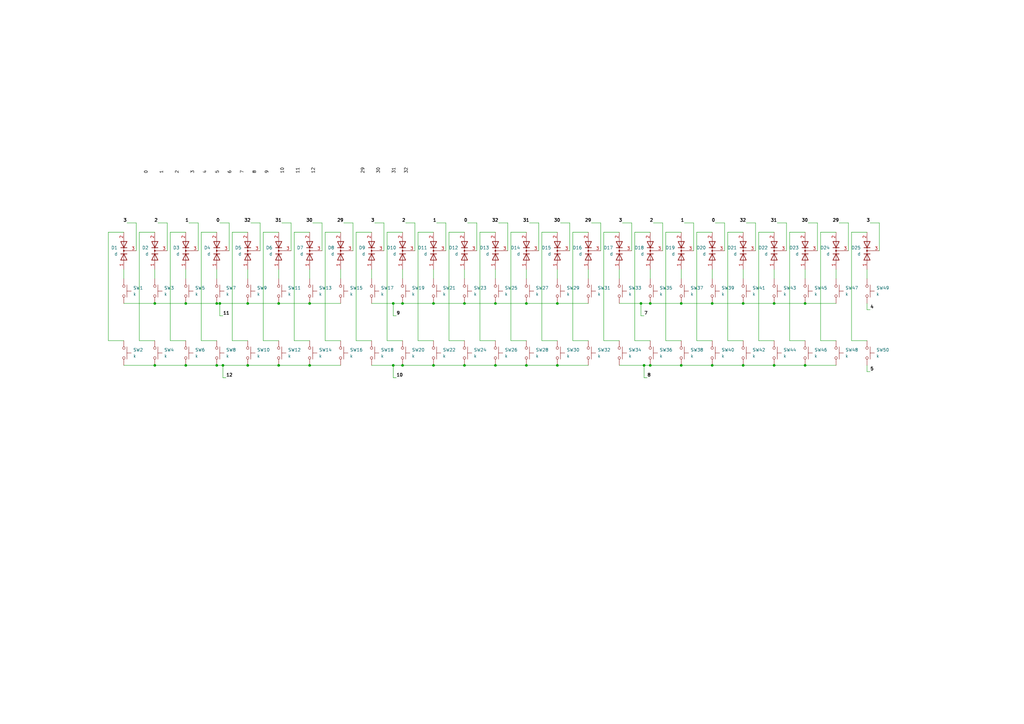
<source format=kicad_sch>
(kicad_sch (version 20250114) (generator "eeschema") (generator_version "9.0")
  (paper "A3")
  (lib_symbols
    (symbol "Device:D_Dual_CommonCathode_AAK" (pin_names (offset 0.762) (hide yes))
      (property "Reference" "D" (at 1.27 -2.54 0))
      (property "Value" "D_Dual_CommonCathode_AAK" (at 0 2.54 0))
      (symbol "D_Dual_CommonCathode_AAK_0_1"
        (polyline (pts (xy -3.81 1.27) (xy -1.27 0) (xy -3.81 -1.27) (xy -3.81 1.27) (xy -3.81 1.27) (xy -3.81 1.27)) (stroke (width 0.254)))
        (polyline (pts (xy -3.81 0) (xy 3.81 0)))
        (polyline (pts (xy -1.27 -1.27) (xy -1.27 1.27) (xy -1.27 1.27)) (stroke (width 0.254)))
        (polyline (pts (xy 0 0) (xy 0 -2.54)))
        (circle (center 0 0) (radius 0.254) (fill (type outline)))
        (polyline (pts (xy 1.27 -1.27) (xy 1.27 1.27) (xy 1.27 1.27)) (stroke (width 0.254)))
        (polyline (pts (xy 3.81 -1.27) (xy 1.27 0) (xy 3.81 1.27) (xy 3.81 -1.27) (xy 3.81 -1.27) (xy 3.81 -1.27)) (stroke (width 0.254)))
        (pin passive line (at -7.62 0 0) (length 3.81) (name "A") (number "1"))
        (pin passive line (at 0 -5.08 90) (length 2.54) (name "K") (number "3"))
        (pin passive line (at 7.62 0 180) (length 3.81) (name "A") (number "2"))
      )
    )
    (symbol "Switch:SW_Push" (pin_numbers (hide yes)) (pin_names (offset 1.016) (hide yes))
      (property "Reference" "SW" (at 1.27 2.54 0))
      (property "Value" "SW_Push" (at 0 -1.524 0))
      (symbol "SW_Push_0_1"
        (circle (center -2.032 0) (radius 0.508))
        (polyline (pts (xy 0 1.27) (xy 0 3.048)))
        (circle (center 2.032 0) (radius 0.508))
        (polyline (pts (xy 2.54 1.27) (xy -2.54 1.27)))
        (pin passive line (at -5.08 0 0) (length 2.54) (name "1") (number "1"))
        (pin passive line (at 5.08 0 180) (length 2.54) (name "2") (number "2"))
      )
    )
  )
  (junction (at 165.1 149.86))
  (junction (at 90.17 124.46))
  (junction (at 279.4 124.46))
  (junction (at 91.44 149.86))
  (junction (at 330.2 124.46))
  (junction (at 88.9 149.86))
  (junction (at 161.29 124.46))
  (junction (at 279.4 149.86))
  (junction (at 88.9 124.46))
  (junction (at 228.6 124.46))
  (junction (at 264.16 149.86))
  (junction (at 203.2 124.46))
  (junction (at 76.2 149.86))
  (junction (at 177.8 124.46))
  (junction (at 190.5 149.86))
  (junction (at 304.8 124.46))
  (junction (at 330.2 149.86))
  (junction (at 266.7 124.46))
  (junction (at 262.89 124.46))
  (junction (at 63.5 149.86))
  (junction (at 101.6 124.46))
  (junction (at 228.6 149.86))
  (junction (at 127 149.86))
  (junction (at 114.3 149.86))
  (junction (at 101.6 149.86))
  (junction (at 190.5 124.46))
  (junction (at 127 124.46))
  (junction (at 114.3 124.46))
  (junction (at 304.8 149.86))
  (junction (at 177.8 149.86))
  (junction (at 203.2 149.86))
  (junction (at 292.1 124.46))
  (junction (at 317.5 124.46))
  (junction (at 215.9 149.86))
  (junction (at 161.29 149.86))
  (junction (at 215.9 124.46))
  (junction (at 292.1 149.86))
  (junction (at 63.5 124.46))
  (junction (at 266.7 149.86))
  (junction (at 165.1 124.46))
  (junction (at 317.5 149.86))
  (junction (at 76.2 124.46))
  (wire (pts (xy 171.45 139.7) (xy 171.45 95.25)))
  (wire (pts (xy 146.05 139.7) (xy 152.4 139.7)))
  (wire (pts (xy 208.28 91.44) (xy 208.28 102.87)))
  (wire (pts (xy 247.65 139.7) (xy 254 139.7)))
  (wire (pts (xy 311.15 139.7) (xy 317.5 139.7)))
  (wire (pts (xy 184.15 139.7) (xy 184.15 95.25)))
  (wire (pts (xy 260.35 139.7) (xy 260.35 95.25)))
  (wire (pts (xy 298.45 95.25) (xy 304.8 95.25)))
  (wire (pts (xy 264.16 149.86) (xy 266.7 149.86)))
  (wire (pts (xy 161.29 124.46) (xy 161.29 129.54)))
  (wire (pts (xy 179.07 91.44) (xy 182.88 91.44)))
  (wire (pts (xy 336.55 139.7) (xy 336.55 95.25)))
  (wire (pts (xy 222.25 139.7) (xy 228.6 139.7)))
  (wire (pts (xy 82.55 95.25) (xy 88.9 95.25)))
  (wire (pts (xy 292.1 110.49) (xy 292.1 114.3)))
  (wire (pts (xy 50.8 139.7) (xy 44.45 139.7)))
  (wire (pts (xy 144.78 91.44) (xy 144.78 102.87)))
  (wire (pts (xy 63.5 139.7) (xy 57.15 139.7)))
  (wire (pts (xy 184.15 95.25) (xy 190.5 95.25)))
  (wire (pts (xy 266.7 149.86) (xy 279.4 149.86)))
  (wire (pts (xy 77.47 91.44) (xy 81.28 91.44)))
  (wire (pts (xy 69.85 139.7) (xy 69.85 95.25)))
  (wire (pts (xy 90.17 91.44) (xy 93.98 91.44)))
  (wire (pts (xy 88.9 110.49) (xy 88.9 114.3)))
  (wire (pts (xy 95.25 139.7) (xy 101.6 139.7)))
  (wire (pts (xy 222.25 95.25) (xy 228.6 95.25)))
  (wire (pts (xy 55.88 91.44) (xy 55.88 102.87)))
  (wire (pts (xy 298.45 139.7) (xy 298.45 95.25)))
  (wire (pts (xy 323.85 95.25) (xy 330.2 95.25)))
  (wire (pts (xy 165.1 149.86) (xy 177.8 149.86)))
  (wire (pts (xy 292.1 124.46) (xy 304.8 124.46)))
  (wire (pts (xy 330.2 124.46) (xy 342.9 124.46)))
  (wire (pts (xy 152.4 124.46) (xy 161.29 124.46)))
  (wire (pts (xy 120.65 95.25) (xy 127 95.25)))
  (wire (pts (xy 209.55 139.7) (xy 215.9 139.7)))
  (wire (pts (xy 57.15 95.25) (xy 63.5 95.25)))
  (wire (pts (xy 161.29 149.86) (xy 165.1 149.86)))
  (wire (pts (xy 262.89 124.46) (xy 266.7 124.46)))
  (wire (pts (xy 196.85 139.7) (xy 196.85 95.25)))
  (wire (pts (xy 306.07 91.44) (xy 309.88 91.44)))
  (wire (pts (xy 190.5 149.86) (xy 203.2 149.86)))
  (wire (pts (xy 355.6 127) (xy 356.87 127)))
  (wire (pts (xy 133.35 95.25) (xy 139.7 95.25)))
  (wire (pts (xy 127 110.49) (xy 127 114.3)))
  (wire (pts (xy 298.45 139.7) (xy 304.8 139.7)))
  (wire (pts (xy 91.44 154.94) (xy 92.71 154.94)))
  (wire (pts (xy 182.88 91.44) (xy 182.88 102.87)))
  (wire (pts (xy 297.18 91.44) (xy 297.18 102.87)))
  (wire (pts (xy 349.25 139.7) (xy 355.6 139.7)))
  (wire (pts (xy 57.15 139.7) (xy 57.15 95.25)))
  (wire (pts (xy 50.8 149.86) (xy 63.5 149.86)))
  (wire (pts (xy 76.2 110.49) (xy 76.2 114.3)))
  (wire (pts (xy 95.25 95.25) (xy 101.6 95.25)))
  (wire (pts (xy 344.17 91.44) (xy 347.98 91.44)))
  (wire (pts (xy 335.28 91.44) (xy 335.28 102.87)))
  (wire (pts (xy 311.15 139.7) (xy 311.15 95.25)))
  (wire (pts (xy 311.15 95.25) (xy 317.5 95.25)))
  (wire (pts (xy 158.75 95.25) (xy 165.1 95.25)))
  (wire (pts (xy 165.1 110.49) (xy 165.1 114.3)))
  (wire (pts (xy 355.6 152.4) (xy 356.87 152.4)))
  (wire (pts (xy 355.6 110.49) (xy 355.6 114.3)))
  (wire (pts (xy 158.75 139.7) (xy 165.1 139.7)))
  (wire (pts (xy 330.2 149.86) (xy 342.9 149.86)))
  (wire (pts (xy 204.47 91.44) (xy 208.28 91.44)))
  (wire (pts (xy 107.95 95.25) (xy 114.3 95.25)))
  (wire (pts (xy 233.68 91.44) (xy 233.68 102.87)))
  (wire (pts (xy 52.07 91.44) (xy 55.88 91.44)))
  (wire (pts (xy 323.85 139.7) (xy 323.85 95.25)))
  (wire (pts (xy 132.08 91.44) (xy 132.08 102.87)))
  (wire (pts (xy 177.8 149.86) (xy 190.5 149.86)))
  (wire (pts (xy 222.25 139.7) (xy 222.25 95.25)))
  (wire (pts (xy 254 149.86) (xy 264.16 149.86)))
  (wire (pts (xy 64.77 91.44) (xy 68.58 91.44)))
  (wire (pts (xy 234.95 139.7) (xy 241.3 139.7)))
  (wire (pts (xy 152.4 110.49) (xy 152.4 114.3)))
  (wire (pts (xy 284.48 91.44) (xy 284.48 102.87)))
  (wire (pts (xy 285.75 139.7) (xy 285.75 95.25)))
  (wire (pts (xy 317.5 110.49) (xy 317.5 114.3)))
  (wire (pts (xy 161.29 149.86) (xy 161.29 154.94)))
  (wire (pts (xy 170.18 91.44) (xy 170.18 102.87)))
  (wire (pts (xy 119.38 91.44) (xy 119.38 102.87)))
  (wire (pts (xy 228.6 149.86) (xy 241.3 149.86)))
  (wire (pts (xy 304.8 149.86) (xy 317.5 149.86)))
  (wire (pts (xy 355.6 124.46) (xy 355.6 127)))
  (wire (pts (xy 323.85 139.7) (xy 330.2 139.7)))
  (wire (pts (xy 161.29 129.54) (xy 162.56 129.54)))
  (wire (pts (xy 93.98 91.44) (xy 93.98 102.87)))
  (wire (pts (xy 106.68 91.44) (xy 106.68 102.87)))
  (wire (pts (xy 190.5 110.49) (xy 190.5 114.3)))
  (wire (pts (xy 273.05 139.7) (xy 273.05 95.25)))
  (wire (pts (xy 215.9 124.46) (xy 228.6 124.46)))
  (wire (pts (xy 139.7 110.49) (xy 139.7 114.3)))
  (wire (pts (xy 127 124.46) (xy 139.7 124.46)))
  (wire (pts (xy 90.17 129.54) (xy 91.44 129.54)))
  (wire (pts (xy 81.28 91.44) (xy 81.28 102.87)))
  (wire (pts (xy 285.75 139.7) (xy 292.1 139.7)))
  (wire (pts (xy 349.25 139.7) (xy 349.25 95.25)))
  (wire (pts (xy 215.9 110.49) (xy 215.9 114.3)))
  (wire (pts (xy 285.75 95.25) (xy 292.1 95.25)))
  (wire (pts (xy 91.44 149.86) (xy 91.44 154.94)))
  (wire (pts (xy 264.16 154.94) (xy 265.43 154.94)))
  (wire (pts (xy 95.25 139.7) (xy 95.25 95.25)))
  (wire (pts (xy 166.37 91.44) (xy 170.18 91.44)))
  (wire (pts (xy 190.5 124.46) (xy 203.2 124.46)))
  (wire (pts (xy 220.98 91.44) (xy 220.98 102.87)))
  (wire (pts (xy 304.8 124.46) (xy 317.5 124.46)))
  (wire (pts (xy 322.58 91.44) (xy 322.58 102.87)))
  (wire (pts (xy 102.87 91.44) (xy 106.68 91.44)))
  (wire (pts (xy 153.67 91.44) (xy 157.48 91.44)))
  (wire (pts (xy 191.77 91.44) (xy 195.58 91.44)))
  (wire (pts (xy 259.08 91.44) (xy 259.08 102.87)))
  (wire (pts (xy 50.8 124.46) (xy 63.5 124.46)))
  (wire (pts (xy 242.57 91.44) (xy 246.38 91.44)))
  (wire (pts (xy 331.47 91.44) (xy 335.28 91.44)))
  (wire (pts (xy 82.55 139.7) (xy 82.55 95.25)))
  (wire (pts (xy 217.17 91.44) (xy 220.98 91.44)))
  (wire (pts (xy 209.55 139.7) (xy 209.55 95.25)))
  (wire (pts (xy 158.75 139.7) (xy 158.75 95.25)))
  (wire (pts (xy 161.29 124.46) (xy 165.1 124.46)))
  (wire (pts (xy 44.45 95.25) (xy 50.8 95.25)))
  (wire (pts (xy 228.6 124.46) (xy 241.3 124.46)))
  (wire (pts (xy 360.68 91.44) (xy 360.68 102.87)))
  (wire (pts (xy 195.58 91.44) (xy 195.58 102.87)))
  (wire (pts (xy 107.95 139.7) (xy 107.95 95.25)))
  (wire (pts (xy 114.3 124.46) (xy 127 124.46)))
  (wire (pts (xy 90.17 124.46) (xy 101.6 124.46)))
  (wire (pts (xy 260.35 95.25) (xy 266.7 95.25)))
  (wire (pts (xy 356.87 91.44) (xy 360.68 91.44)))
  (wire (pts (xy 234.95 139.7) (xy 234.95 95.25)))
  (wire (pts (xy 90.17 124.46) (xy 90.17 129.54)))
  (wire (pts (xy 229.87 91.44) (xy 233.68 91.44)))
  (wire (pts (xy 215.9 149.86) (xy 228.6 149.86)))
  (wire (pts (xy 114.3 110.49) (xy 114.3 114.3)))
  (wire (pts (xy 279.4 110.49) (xy 279.4 114.3)))
  (wire (pts (xy 246.38 91.44) (xy 246.38 102.87)))
  (wire (pts (xy 133.35 139.7) (xy 139.7 139.7)))
  (wire (pts (xy 266.7 110.49) (xy 266.7 114.3)))
  (wire (pts (xy 336.55 95.25) (xy 342.9 95.25)))
  (wire (pts (xy 280.67 91.44) (xy 284.48 91.44)))
  (wire (pts (xy 152.4 149.86) (xy 161.29 149.86)))
  (wire (pts (xy 146.05 95.25) (xy 152.4 95.25)))
  (wire (pts (xy 254 124.46) (xy 262.89 124.46)))
  (wire (pts (xy 347.98 91.44) (xy 347.98 102.87)))
  (wire (pts (xy 133.35 139.7) (xy 133.35 95.25)))
  (wire (pts (xy 63.5 149.86) (xy 76.2 149.86)))
  (wire (pts (xy 88.9 124.46) (xy 90.17 124.46)))
  (wire (pts (xy 262.89 124.46) (xy 262.89 129.54)))
  (wire (pts (xy 128.27 91.44) (xy 132.08 91.44)))
  (wire (pts (xy 241.3 110.49) (xy 241.3 114.3)))
  (wire (pts (xy 293.37 91.44) (xy 297.18 91.44)))
  (wire (pts (xy 355.6 149.86) (xy 355.6 152.4)))
  (wire (pts (xy 304.8 110.49) (xy 304.8 114.3)))
  (wire (pts (xy 114.3 149.86) (xy 127 149.86)))
  (wire (pts (xy 177.8 110.49) (xy 177.8 114.3)))
  (wire (pts (xy 101.6 110.49) (xy 101.6 114.3)))
  (wire (pts (xy 264.16 149.86) (xy 264.16 154.94)))
  (wire (pts (xy 107.95 139.7) (xy 114.3 139.7)))
  (wire (pts (xy 157.48 91.44) (xy 157.48 102.87)))
  (wire (pts (xy 336.55 139.7) (xy 342.9 139.7)))
  (wire (pts (xy 88.9 149.86) (xy 91.44 149.86)))
  (wire (pts (xy 260.35 139.7) (xy 266.7 139.7)))
  (wire (pts (xy 140.97 91.44) (xy 144.78 91.44)))
  (wire (pts (xy 76.2 124.46) (xy 88.9 124.46)))
  (wire (pts (xy 146.05 139.7) (xy 146.05 95.25)))
  (wire (pts (xy 91.44 149.86) (xy 101.6 149.86)))
  (wire (pts (xy 50.8 110.49) (xy 50.8 114.3)))
  (wire (pts (xy 120.65 139.7) (xy 127 139.7)))
  (wire (pts (xy 115.57 91.44) (xy 119.38 91.44)))
  (wire (pts (xy 267.97 91.44) (xy 271.78 91.44)))
  (wire (pts (xy 44.45 139.7) (xy 44.45 95.25)))
  (wire (pts (xy 88.9 139.7) (xy 82.55 139.7)))
  (wire (pts (xy 330.2 110.49) (xy 330.2 114.3)))
  (wire (pts (xy 247.65 139.7) (xy 247.65 95.25)))
  (wire (pts (xy 349.25 95.25) (xy 355.6 95.25)))
  (wire (pts (xy 255.27 91.44) (xy 259.08 91.44)))
  (wire (pts (xy 318.77 91.44) (xy 322.58 91.44)))
  (wire (pts (xy 76.2 139.7) (xy 69.85 139.7)))
  (wire (pts (xy 279.4 149.86) (xy 292.1 149.86)))
  (wire (pts (xy 209.55 95.25) (xy 215.9 95.25)))
  (wire (pts (xy 317.5 124.46) (xy 330.2 124.46)))
  (wire (pts (xy 317.5 149.86) (xy 330.2 149.86)))
  (wire (pts (xy 69.85 95.25) (xy 76.2 95.25)))
  (wire (pts (xy 254 110.49) (xy 254 114.3)))
  (wire (pts (xy 309.88 91.44) (xy 309.88 102.87)))
  (wire (pts (xy 196.85 95.25) (xy 203.2 95.25)))
  (wire (pts (xy 203.2 149.86) (xy 215.9 149.86)))
  (wire (pts (xy 184.15 139.7) (xy 190.5 139.7)))
  (wire (pts (xy 76.2 149.86) (xy 88.9 149.86)))
  (wire (pts (xy 203.2 124.46) (xy 215.9 124.46)))
  (wire (pts (xy 101.6 124.46) (xy 114.3 124.46)))
  (wire (pts (xy 228.6 110.49) (xy 228.6 114.3)))
  (wire (pts (xy 63.5 124.46) (xy 76.2 124.46)))
  (wire (pts (xy 127 149.86) (xy 139.7 149.86)))
  (wire (pts (xy 120.65 139.7) (xy 120.65 95.25)))
  (wire (pts (xy 266.7 124.46) (xy 279.4 124.46)))
  (wire (pts (xy 262.89 129.54) (xy 264.16 129.54)))
  (wire (pts (xy 247.65 95.25) (xy 254 95.25)))
  (wire (pts (xy 171.45 95.25) (xy 177.8 95.25)))
  (wire (pts (xy 196.85 139.7) (xy 203.2 139.7)))
  (wire (pts (xy 273.05 95.25) (xy 279.4 95.25)))
  (wire (pts (xy 234.95 95.25) (xy 241.3 95.25)))
  (wire (pts (xy 161.29 154.94) (xy 162.56 154.94)))
  (wire (pts (xy 273.05 139.7) (xy 279.4 139.7)))
  (wire (pts (xy 342.9 110.49) (xy 342.9 114.3)))
  (wire (pts (xy 292.1 149.86) (xy 304.8 149.86)))
  (wire (pts (xy 101.6 149.86) (xy 114.3 149.86)))
  (wire (pts (xy 68.58 91.44) (xy 68.58 102.87)))
  (wire (pts (xy 203.2 110.49) (xy 203.2 114.3)))
  (wire (pts (xy 165.1 124.46) (xy 177.8 124.46)))
  (wire (pts (xy 271.78 91.44) (xy 271.78 102.87)))
  (wire (pts (xy 279.4 124.46) (xy 292.1 124.46)))
  (wire (pts (xy 171.45 139.7) (xy 177.8 139.7)))
  (wire (pts (xy 63.5 114.3) (xy 63.5 110.49)))
  (wire (pts (xy 177.8 124.46) (xy 190.5 124.46)))
  (label "0" (at 191.77 91.44 180) (effects (font (thickness 0.254) (bold yes))))
  (label "31" (at 217.17 91.44 180) (effects (font (thickness 0.254) (bold yes))))
  (label "5" (at 356.87 152.4 0) (effects (font (thickness 0.254) (bold yes))))
  (label "6" (at 95.25 71.12 90))
  (label "12" (at 129.54 71.12 90))
  (label "3" (at 52.07 91.44 180) (effects (font (thickness 0.254) (bold yes))))
  (label "3" (at 153.67 91.44 180) (effects (font (thickness 0.254) (bold yes))))
  (label "5" (at 90.17 71.12 90))
  (label "4" (at 85.09 71.12 90))
  (label "9" (at 162.56 129.54 0) (effects (font (thickness 0.254) (bold yes))))
  (label "32" (at 102.87 91.44 180) (effects (font (thickness 0.254) (bold yes))))
  (label "31" (at 162.56 71.12 90))
  (label "9" (at 110.49 71.12 90))
  (label "1" (at 77.47 91.44 180) (effects (font (thickness 0.254) (bold yes))))
  (label "32" (at 306.07 91.44 180) (effects (font (thickness 0.254) (bold yes))))
  (label "8" (at 105.41 71.12 90))
  (label "2" (at 73.66 71.12 90))
  (label "3" (at 255.27 91.44 180) (effects (font (thickness 0.254) (bold yes))))
  (label "30" (at 128.27 91.44 180) (effects (font (thickness 0.254) (bold yes))))
  (label "10" (at 162.56 154.94 0) (effects (font (thickness 0.254) (bold yes))))
  (label "0" (at 60.96 71.12 90))
  (label "11" (at 91.44 129.54 0) (effects (font (thickness 0.254) (bold yes))))
  (label "31" (at 115.57 91.44 180) (effects (font (thickness 0.254) (bold yes))))
  (label "29" (at 149.86 71.12 90))
  (label "29" (at 140.97 91.44 180) (effects (font (thickness 0.254) (bold yes))))
  (label "29" (at 242.57 91.44 180) (effects (font (thickness 0.254) (bold yes))))
  (label "30" (at 331.47 91.44 180) (effects (font (thickness 0.254) (bold yes))))
  (label "1" (at 179.07 91.44 180) (effects (font (thickness 0.254) (bold yes))))
  (label "12" (at 92.71 154.94 0) (effects (font (thickness 0.254) (bold yes))))
  (label "4" (at 356.87 127 0) (effects (font (thickness 0.254) (bold yes))))
  (label "32" (at 167.64 71.12 90))
  (label "32" (at 204.47 91.44 180) (effects (font (thickness 0.254) (bold yes))))
  (label "11" (at 123.19 71.12 90))
  (label "0" (at 293.37 91.44 180) (effects (font (thickness 0.254) (bold yes))))
  (label "1" (at 67.31 71.12 90))
  (label "3" (at 356.87 91.44 180) (effects (font (thickness 0.254) (bold yes))))
  (label "2" (at 166.37 91.44 180) (effects (font (thickness 0.254) (bold yes))))
  (label "30" (at 156.21 71.12 90))
  (label "2" (at 267.97 91.44 180) (effects (font (thickness 0.254) (bold yes))))
  (label "3" (at 80.01 71.12 90))
  (label "1" (at 280.67 91.44 180) (effects (font (thickness 0.254) (bold yes))))
  (label "7" (at 264.16 129.54 0) (effects (font (thickness 0.254) (bold yes))))
  (label "7" (at 100.33 71.12 90))
  (label "31" (at 318.77 91.44 180) (effects (font (thickness 0.254) (bold yes))))
  (label "8" (at 265.43 154.94 0) (effects (font (thickness 0.254) (bold yes))))
  (label "0" (at 90.17 91.44 180) (effects (font (thickness 0.254) (bold yes))))
  (label "2" (at 64.77 91.44 180) (effects (font (thickness 0.254) (bold yes))))
  (label "10" (at 116.84 71.12 90))
  (label "29" (at 344.17 91.44 180) (effects (font (thickness 0.254) (bold yes))))
  (label "30" (at 229.87 91.44 180) (effects (font (thickness 0.254) (bold yes))))
  (symbol (lib_id "Device:D_Dual_CommonCathode_AAK") (at 241.3 102.87 90) (unit 1)
    (property "Reference" "D16" (at 238.76 101.5999 90) (effects (justify left)))
    (property "Value" "d" (at 238.76 104.1399 90) (effects (justify left)))
    (property "Description" "Dual diode, common cathode on pin 3" (effects (hide yes)))
  )
  (symbol (lib_id "Device:D_Dual_CommonCathode_AAK") (at 177.8 102.87 90) (unit 1)
    (property "Reference" "D11" (at 175.26 101.5999 90) (effects (justify left)))
    (property "Value" "d" (at 175.26 104.1399 90) (effects (justify left)))
    (property "Description" "Dual diode, common cathode on pin 3" (effects (hide yes)))
  )
  (symbol (lib_id "Switch:SW_Push") (at 114.3 144.78 270) (unit 1)
    (property "Reference" "SW12" (at 118.11 143.5099 90) (effects (justify left)))
    (property "Value" "k" (at 118.11 146.0499 90) (effects (justify left)))
    (property "Description" "Push button switch, generic, two pins" (effects (hide yes)))
  )
  (symbol (lib_id "Device:D_Dual_CommonCathode_AAK") (at 152.4 102.87 90) (unit 1)
    (property "Reference" "D9" (at 149.86 101.5999 90) (effects (justify left)))
    (property "Value" "d" (at 149.86 104.1399 90) (effects (justify left)))
    (property "Description" "Dual diode, common cathode on pin 3" (effects (hide yes)))
  )
  (symbol (lib_id "Switch:SW_Push") (at 292.1 119.38 270) (unit 1)
    (property "Reference" "SW39" (at 295.91 118.1099 90) (effects (justify left)))
    (property "Value" "k" (at 295.91 120.6499 90) (effects (justify left)))
    (property "Description" "Push button switch, generic, two pins" (effects (hide yes)))
  )
  (symbol (lib_id "Switch:SW_Push") (at 215.9 119.38 270) (unit 1)
    (property "Reference" "SW27" (at 219.71 118.1099 90) (effects (justify left)))
    (property "Value" "k" (at 219.71 120.6499 90) (effects (justify left)))
    (property "Description" "Push button switch, generic, two pins" (effects (hide yes)))
  )
  (symbol (lib_id "Device:D_Dual_CommonCathode_AAK") (at 292.1 102.87 90) (unit 1)
    (property "Reference" "D20" (at 289.56 101.5999 90) (effects (justify left)))
    (property "Value" "d" (at 289.56 104.1399 90) (effects (justify left)))
    (property "Description" "Dual diode, common cathode on pin 3" (effects (hide yes)))
  )
  (symbol (lib_id "Switch:SW_Push") (at 190.5 144.78 270) (unit 1)
    (property "Reference" "SW24" (at 194.31 143.5099 90) (effects (justify left)))
    (property "Value" "k" (at 194.31 146.0499 90) (effects (justify left)))
    (property "Description" "Push button switch, generic, two pins" (effects (hide yes)))
  )
  (symbol (lib_id "Switch:SW_Push") (at 50.8 119.38 270) (unit 1)
    (property "Reference" "SW1" (at 54.61 118.1099 90) (effects (justify left)))
    (property "Value" "k" (at 54.61 120.6499 90) (effects (justify left)))
    (property "Description" "Push button switch, generic, two pins" (effects (hide yes)))
  )
  (symbol (lib_id "Device:D_Dual_CommonCathode_AAK") (at 114.3 102.87 90) (unit 1)
    (property "Reference" "D6" (at 111.76 101.5999 90) (effects (justify left)))
    (property "Value" "d" (at 111.76 104.1399 90) (effects (justify left)))
    (property "Description" "Dual diode, common cathode on pin 3" (effects (hide yes)))
  )
  (symbol (lib_id "Switch:SW_Push") (at 101.6 119.38 270) (unit 1)
    (property "Reference" "SW9" (at 105.41 118.1099 90) (effects (justify left)))
    (property "Value" "k" (at 105.41 120.6499 90) (effects (justify left)))
    (property "Description" "Push button switch, generic, two pins" (effects (hide yes)))
  )
  (symbol (lib_id "Switch:SW_Push") (at 254 144.78 270) (unit 1)
    (property "Reference" "SW34" (at 257.81 143.5099 90) (effects (justify left)))
    (property "Value" "k" (at 257.81 146.0499 90) (effects (justify left)))
    (property "Description" "Push button switch, generic, two pins" (effects (hide yes)))
  )
  (symbol (lib_id "Switch:SW_Push") (at 165.1 119.38 270) (unit 1)
    (property "Reference" "SW19" (at 168.91 118.1099 90) (effects (justify left)))
    (property "Value" "k" (at 168.91 120.6499 90) (effects (justify left)))
    (property "Description" "Push button switch, generic, two pins" (effects (hide yes)))
  )
  (symbol (lib_id "Switch:SW_Push") (at 342.9 144.78 270) (unit 1)
    (property "Reference" "SW48" (at 346.71 143.5099 90) (effects (justify left)))
    (property "Value" "k" (at 346.71 146.0499 90) (effects (justify left)))
    (property "Description" "Push button switch, generic, two pins" (effects (hide yes)))
  )
  (symbol (lib_id "Device:D_Dual_CommonCathode_AAK") (at 165.1 102.87 90) (unit 1)
    (property "Reference" "D10" (at 162.56 101.5999 90) (effects (justify left)))
    (property "Value" "d" (at 162.56 104.1399 90) (effects (justify left)))
    (property "Description" "Dual diode, common cathode on pin 3" (effects (hide yes)))
  )
  (symbol (lib_id "Device:D_Dual_CommonCathode_AAK") (at 279.4 102.87 90) (unit 1)
    (property "Reference" "D19" (at 276.86 101.5999 90) (effects (justify left)))
    (property "Value" "d" (at 276.86 104.1399 90) (effects (justify left)))
    (property "Description" "Dual diode, common cathode on pin 3" (effects (hide yes)))
  )
  (symbol (lib_id "Switch:SW_Push") (at 330.2 119.38 270) (unit 1)
    (property "Reference" "SW45" (at 334.01 118.1099 90) (effects (justify left)))
    (property "Value" "k" (at 334.01 120.6499 90) (effects (justify left)))
    (property "Description" "Push button switch, generic, two pins" (effects (hide yes)))
  )
  (symbol (lib_id "Switch:SW_Push") (at 266.7 144.78 270) (unit 1)
    (property "Reference" "SW36" (at 270.51 143.5099 90) (effects (justify left)))
    (property "Value" "k" (at 270.51 146.0499 90) (effects (justify left)))
    (property "Description" "Push button switch, generic, two pins" (effects (hide yes)))
  )
  (symbol (lib_id "Switch:SW_Push") (at 279.4 144.78 270) (unit 1)
    (property "Reference" "SW38" (at 283.21 143.5099 90) (effects (justify left)))
    (property "Value" "k" (at 283.21 146.0499 90) (effects (justify left)))
    (property "Description" "Push button switch, generic, two pins" (effects (hide yes)))
  )
  (symbol (lib_id "Switch:SW_Push") (at 203.2 119.38 270) (unit 1)
    (property "Reference" "SW25" (at 207.01 118.1099 90) (effects (justify left)))
    (property "Value" "k" (at 207.01 120.6499 90) (effects (justify left)))
    (property "Description" "Push button switch, generic, two pins" (effects (hide yes)))
  )
  (symbol (lib_id "Switch:SW_Push") (at 215.9 144.78 270) (unit 1)
    (property "Reference" "SW28" (at 219.71 143.5099 90) (effects (justify left)))
    (property "Value" "k" (at 219.71 146.0499 90) (effects (justify left)))
    (property "Description" "Push button switch, generic, two pins" (effects (hide yes)))
  )
  (symbol (lib_id "Switch:SW_Push") (at 355.6 119.38 270) (unit 1)
    (property "Reference" "SW49" (at 359.41 118.1099 90) (effects (justify left)))
    (property "Value" "k" (at 359.41 120.6499 90) (effects (justify left)))
    (property "Description" "Push button switch, generic, two pins" (effects (hide yes)))
  )
  (symbol (lib_id "Switch:SW_Push") (at 304.8 144.78 270) (unit 1)
    (property "Reference" "SW42" (at 308.61 143.5099 90) (effects (justify left)))
    (property "Value" "k" (at 308.61 146.0499 90) (effects (justify left)))
    (property "Description" "Push button switch, generic, two pins" (effects (hide yes)))
  )
  (symbol (lib_id "Device:D_Dual_CommonCathode_AAK") (at 190.5 102.87 90) (unit 1)
    (property "Reference" "D12" (at 187.96 101.5999 90) (effects (justify left)))
    (property "Value" "d" (at 187.96 104.1399 90) (effects (justify left)))
    (property "Description" "Dual diode, common cathode on pin 3" (effects (hide yes)))
  )
  (symbol (lib_id "Switch:SW_Push") (at 203.2 144.78 270) (unit 1)
    (property "Reference" "SW26" (at 207.01 143.5099 90) (effects (justify left)))
    (property "Value" "k" (at 207.01 146.0499 90) (effects (justify left)))
    (property "Description" "Push button switch, generic, two pins" (effects (hide yes)))
  )
  (symbol (lib_id "Switch:SW_Push") (at 88.9 119.38 270) (unit 1)
    (property "Reference" "SW7" (at 92.71 118.1099 90) (effects (justify left)))
    (property "Value" "k" (at 92.71 120.6499 90) (effects (justify left)))
    (property "Description" "Push button switch, generic, two pins" (effects (hide yes)))
  )
  (symbol (lib_id "Device:D_Dual_CommonCathode_AAK") (at 50.8 102.87 90) (unit 1)
    (property "Reference" "D1" (at 48.26 101.5999 90) (effects (justify left)))
    (property "Value" "d" (at 48.26 104.1399 90) (effects (justify left)))
    (property "Description" "Dual diode, common cathode on pin 3" (effects (hide yes)))
  )
  (symbol (lib_id "Device:D_Dual_CommonCathode_AAK") (at 228.6 102.87 90) (unit 1)
    (property "Reference" "D15" (at 226.06 101.5999 90) (effects (justify left)))
    (property "Value" "d" (at 226.06 104.1399 90) (effects (justify left)))
    (property "Description" "Dual diode, common cathode on pin 3" (effects (hide yes)))
  )
  (symbol (lib_id "Switch:SW_Push") (at 152.4 119.38 270) (unit 1)
    (property "Reference" "SW17" (at 156.21 118.1099 90) (effects (justify left)))
    (property "Value" "k" (at 156.21 120.6499 90) (effects (justify left)))
    (property "Description" "Push button switch, generic, two pins" (effects (hide yes)))
  )
  (symbol (lib_id "Switch:SW_Push") (at 330.2 144.78 270) (unit 1)
    (property "Reference" "SW46" (at 334.01 143.5099 90) (effects (justify left)))
    (property "Value" "k" (at 334.01 146.0499 90) (effects (justify left)))
    (property "Description" "Push button switch, generic, two pins" (effects (hide yes)))
  )
  (symbol (lib_id "Device:D_Dual_CommonCathode_AAK") (at 330.2 102.87 90) (unit 1)
    (property "Reference" "D23" (at 327.66 101.5999 90) (effects (justify left)))
    (property "Value" "d" (at 327.66 104.1399 90) (effects (justify left)))
    (property "Description" "Dual diode, common cathode on pin 3" (effects (hide yes)))
  )
  (symbol (lib_id "Device:D_Dual_CommonCathode_AAK") (at 88.9 102.87 90) (unit 1)
    (property "Reference" "D4" (at 86.36 101.5999 90) (effects (justify left)))
    (property "Value" "d" (at 86.36 104.1399 90) (effects (justify left)))
    (property "Description" "Dual diode, common cathode on pin 3" (effects (hide yes)))
  )
  (symbol (lib_id "Switch:SW_Push") (at 241.3 119.38 270) (unit 1)
    (property "Reference" "SW31" (at 245.11 118.1099 90) (effects (justify left)))
    (property "Value" "k" (at 245.11 120.6499 90) (effects (justify left)))
    (property "Description" "Push button switch, generic, two pins" (effects (hide yes)))
  )
  (symbol (lib_id "Switch:SW_Push") (at 342.9 119.38 270) (unit 1)
    (property "Reference" "SW47" (at 346.71 118.1099 90) (effects (justify left)))
    (property "Value" "k" (at 346.71 120.6499 90) (effects (justify left)))
    (property "Description" "Push button switch, generic, two pins" (effects (hide yes)))
  )
  (symbol (lib_id "Switch:SW_Push") (at 228.6 119.38 270) (unit 1)
    (property "Reference" "SW29" (at 232.41 118.1099 90) (effects (justify left)))
    (property "Value" "k" (at 232.41 120.6499 90) (effects (justify left)))
    (property "Description" "Push button switch, generic, two pins" (effects (hide yes)))
  )
  (symbol (lib_id "Switch:SW_Push") (at 254 119.38 270) (unit 1)
    (property "Reference" "SW33" (at 257.81 118.1099 90) (effects (justify left)))
    (property "Value" "k" (at 257.81 120.6499 90) (effects (justify left)))
    (property "Description" "Push button switch, generic, two pins" (effects (hide yes)))
  )
  (symbol (lib_id "Device:D_Dual_CommonCathode_AAK") (at 355.6 102.87 90) (unit 1)
    (property "Reference" "D25" (at 353.06 101.5999 90) (effects (justify left)))
    (property "Value" "d" (at 353.06 104.1399 90) (effects (justify left)))
    (property "Description" "Dual diode, common cathode on pin 3" (effects (hide yes)))
  )
  (symbol (lib_id "Switch:SW_Push") (at 50.8 144.78 270) (unit 1)
    (property "Reference" "SW2" (at 54.61 143.5099 90) (effects (justify left)))
    (property "Value" "k" (at 54.61 146.0499 90) (effects (justify left)))
    (property "Description" "Push button switch, generic, two pins" (effects (hide yes)))
  )
  (symbol (lib_id "Switch:SW_Push") (at 266.7 119.38 270) (unit 1)
    (property "Reference" "SW35" (at 270.51 118.1099 90) (effects (justify left)))
    (property "Value" "k" (at 270.51 120.6499 90) (effects (justify left)))
    (property "Description" "Push button switch, generic, two pins" (effects (hide yes)))
  )
  (symbol (lib_id "Device:D_Dual_CommonCathode_AAK") (at 139.7 102.87 90) (unit 1)
    (property "Reference" "D8" (at 137.16 101.5999 90) (effects (justify left)))
    (property "Value" "d" (at 137.16 104.1399 90) (effects (justify left)))
    (property "Description" "Dual diode, common cathode on pin 3" (effects (hide yes)))
  )
  (symbol (lib_id "Switch:SW_Push") (at 304.8 119.38 270) (unit 1)
    (property "Reference" "SW41" (at 308.61 118.1099 90) (effects (justify left)))
    (property "Value" "k" (at 308.61 120.6499 90) (effects (justify left)))
    (property "Description" "Push button switch, generic, two pins" (effects (hide yes)))
  )
  (symbol (lib_id "Switch:SW_Push") (at 292.1 144.78 270) (unit 1)
    (property "Reference" "SW40" (at 295.91 143.5099 90) (effects (justify left)))
    (property "Value" "k" (at 295.91 146.0499 90) (effects (justify left)))
    (property "Description" "Push button switch, generic, two pins" (effects (hide yes)))
  )
  (symbol (lib_id "Switch:SW_Push") (at 279.4 119.38 270) (unit 1)
    (property "Reference" "SW37" (at 283.21 118.1099 90) (effects (justify left)))
    (property "Value" "k" (at 283.21 120.6499 90) (effects (justify left)))
    (property "Description" "Push button switch, generic, two pins" (effects (hide yes)))
  )
  (symbol (lib_id "Switch:SW_Push") (at 241.3 144.78 270) (unit 1)
    (property "Reference" "SW32" (at 245.11 143.5099 90) (effects (justify left)))
    (property "Value" "k" (at 245.11 146.0499 90) (effects (justify left)))
    (property "Description" "Push button switch, generic, two pins" (effects (hide yes)))
  )
  (symbol (lib_id "Device:D_Dual_CommonCathode_AAK") (at 127 102.87 90) (unit 1)
    (property "Reference" "D7" (at 124.46 101.5999 90) (effects (justify left)))
    (property "Value" "d" (at 124.46 104.1399 90) (effects (justify left)))
    (property "Description" "Dual diode, common cathode on pin 3" (effects (hide yes)))
  )
  (symbol (lib_id "Device:D_Dual_CommonCathode_AAK") (at 203.2 102.87 90) (unit 1)
    (property "Reference" "D13" (at 200.66 101.5999 90) (effects (justify left)))
    (property "Value" "d" (at 200.66 104.1399 90) (effects (justify left)))
    (property "Description" "Dual diode, common cathode on pin 3" (effects (hide yes)))
  )
  (symbol (lib_id "Switch:SW_Push") (at 101.6 144.78 270) (unit 1)
    (property "Reference" "SW10" (at 105.41 143.5099 90) (effects (justify left)))
    (property "Value" "k" (at 105.41 146.0499 90) (effects (justify left)))
    (property "Description" "Push button switch, generic, two pins" (effects (hide yes)))
  )
  (symbol (lib_id "Switch:SW_Push") (at 63.5 144.78 270) (unit 1)
    (property "Reference" "SW4" (at 67.31 143.5099 90) (effects (justify left)))
    (property "Value" "k" (at 67.31 146.0499 90) (effects (justify left)))
    (property "Description" "Push button switch, generic, two pins" (effects (hide yes)))
  )
  (symbol (lib_id "Switch:SW_Push") (at 228.6 144.78 270) (unit 1)
    (property "Reference" "SW30" (at 232.41 143.5099 90) (effects (justify left)))
    (property "Value" "k" (at 232.41 146.0499 90) (effects (justify left)))
    (property "Description" "Push button switch, generic, two pins" (effects (hide yes)))
  )
  (symbol (lib_id "Device:D_Dual_CommonCathode_AAK") (at 63.5 102.87 90) (unit 1)
    (property "Reference" "D2" (at 60.96 101.5999 90) (effects (justify left)))
    (property "Value" "d" (at 60.96 104.1399 90) (effects (justify left)))
    (property "Description" "Dual diode, common cathode on pin 3" (effects (hide yes)))
  )
  (symbol (lib_id "Device:D_Dual_CommonCathode_AAK") (at 342.9 102.87 90) (unit 1)
    (property "Reference" "D24" (at 340.36 101.5999 90) (effects (justify left)))
    (property "Value" "d" (at 340.36 104.1399 90) (effects (justify left)))
    (property "Description" "Dual diode, common cathode on pin 3" (effects (hide yes)))
  )
  (symbol (lib_id "Switch:SW_Push") (at 177.8 144.78 270) (unit 1)
    (property "Reference" "SW22" (at 181.61 143.5099 90) (effects (justify left)))
    (property "Value" "k" (at 181.61 146.0499 90) (effects (justify left)))
    (property "Description" "Push button switch, generic, two pins" (effects (hide yes)))
  )
  (symbol (lib_id "Switch:SW_Push") (at 317.5 119.38 270) (unit 1)
    (property "Reference" "SW43" (at 321.31 118.1099 90) (effects (justify left)))
    (property "Value" "k" (at 321.31 120.6499 90) (effects (justify left)))
    (property "Description" "Push button switch, generic, two pins" (effects (hide yes)))
  )
  (symbol (lib_id "Device:D_Dual_CommonCathode_AAK") (at 266.7 102.87 90) (unit 1)
    (property "Reference" "D18" (at 264.16 101.5999 90) (effects (justify left)))
    (property "Value" "d" (at 264.16 104.1399 90) (effects (justify left)))
    (property "Description" "Dual diode, common cathode on pin 3" (effects (hide yes)))
  )
  (symbol (lib_id "Device:D_Dual_CommonCathode_AAK") (at 101.6 102.87 90) (unit 1)
    (property "Reference" "D5" (at 99.06 101.5999 90) (effects (justify left)))
    (property "Value" "d" (at 99.06 104.1399 90) (effects (justify left)))
    (property "Description" "Dual diode, common cathode on pin 3" (effects (hide yes)))
  )
  (symbol (lib_id "Switch:SW_Push") (at 114.3 119.38 270) (unit 1)
    (property "Reference" "SW11" (at 118.11 118.1099 90) (effects (justify left)))
    (property "Value" "k" (at 118.11 120.6499 90) (effects (justify left)))
    (property "Description" "Push button switch, generic, two pins" (effects (hide yes)))
  )
  (symbol (lib_id "Device:D_Dual_CommonCathode_AAK") (at 304.8 102.87 90) (unit 1)
    (property "Reference" "D21" (at 302.26 101.5999 90) (effects (justify left)))
    (property "Value" "d" (at 302.26 104.1399 90) (effects (justify left)))
    (property "Description" "Dual diode, common cathode on pin 3" (effects (hide yes)))
  )
  (symbol (lib_id "Switch:SW_Push") (at 139.7 144.78 270) (unit 1)
    (property "Reference" "SW16" (at 143.51 143.5099 90) (effects (justify left)))
    (property "Value" "k" (at 143.51 146.0499 90) (effects (justify left)))
    (property "Description" "Push button switch, generic, two pins" (effects (hide yes)))
  )
  (symbol (lib_id "Device:D_Dual_CommonCathode_AAK") (at 254 102.87 90) (unit 1)
    (property "Reference" "D17" (at 251.46 101.5999 90) (effects (justify left)))
    (property "Value" "d" (at 251.46 104.1399 90) (effects (justify left)))
    (property "Description" "Dual diode, common cathode on pin 3" (effects (hide yes)))
  )
  (symbol (lib_id "Switch:SW_Push") (at 355.6 144.78 270) (unit 1)
    (property "Reference" "SW50" (at 359.41 143.5099 90) (effects (justify left)))
    (property "Value" "k" (at 359.41 146.0499 90) (effects (justify left)))
    (property "Description" "Push button switch, generic, two pins" (effects (hide yes)))
  )
  (symbol (lib_id "Device:D_Dual_CommonCathode_AAK") (at 76.2 102.87 90) (unit 1)
    (property "Reference" "D3" (at 73.66 101.5999 90) (effects (justify left)))
    (property "Value" "d" (at 73.66 104.1399 90) (effects (justify left)))
    (property "Description" "Dual diode, common cathode on pin 3" (effects (hide yes)))
  )
  (symbol (lib_id "Switch:SW_Push") (at 139.7 119.38 270) (unit 1)
    (property "Reference" "SW15" (at 143.51 118.1099 90) (effects (justify left)))
    (property "Value" "k" (at 143.51 120.6499 90) (effects (justify left)))
    (property "Description" "Push button switch, generic, two pins" (effects (hide yes)))
  )
  (symbol (lib_id "Switch:SW_Push") (at 165.1 144.78 270) (unit 1)
    (property "Reference" "SW20" (at 168.91 143.5099 90) (effects (justify left)))
    (property "Value" "k" (at 168.91 146.0499 90) (effects (justify left)))
    (property "Description" "Push button switch, generic, two pins" (effects (hide yes)))
  )
  (symbol (lib_id "Switch:SW_Push") (at 76.2 119.38 270) (unit 1)
    (property "Reference" "SW5" (at 80.01 118.1099 90) (effects (justify left)))
    (property "Value" "k" (at 80.01 120.6499 90) (effects (justify left)))
    (property "Description" "Push button switch, generic, two pins" (effects (hide yes)))
  )
  (symbol (lib_id "Switch:SW_Push") (at 88.9 144.78 270) (unit 1)
    (property "Reference" "SW8" (at 92.71 143.5099 90) (effects (justify left)))
    (property "Value" "k" (at 92.71 146.0499 90) (effects (justify left)))
    (property "Description" "Push button switch, generic, two pins" (effects (hide yes)))
  )
  (symbol (lib_id "Switch:SW_Push") (at 317.5 144.78 270) (unit 1)
    (property "Reference" "SW44" (at 321.31 143.5099 90) (effects (justify left)))
    (property "Value" "k" (at 321.31 146.0499 90) (effects (justify left)))
    (property "Description" "Push button switch, generic, two pins" (effects (hide yes)))
  )
  (symbol (lib_id "Device:D_Dual_CommonCathode_AAK") (at 215.9 102.87 90) (unit 1)
    (property "Reference" "D14" (at 213.36 101.5999 90) (effects (justify left)))
    (property "Value" "d" (at 213.36 104.1399 90) (effects (justify left)))
    (property "Description" "Dual diode, common cathode on pin 3" (effects (hide yes)))
  )
  (symbol (lib_id "Switch:SW_Push") (at 127 144.78 270) (unit 1)
    (property "Reference" "SW14" (at 130.81 143.5099 90) (effects (justify left)))
    (property "Value" "k" (at 130.81 146.0499 90) (effects (justify left)))
    (property "Description" "Push button switch, generic, two pins" (effects (hide yes)))
  )
  (symbol (lib_id "Switch:SW_Push") (at 63.5 119.38 270) (unit 1)
    (property "Reference" "SW3" (at 67.31 118.1099 90) (effects (justify left)))
    (property "Value" "k" (at 67.31 120.6499 90) (effects (justify left)))
    (property "Description" "Push button switch, generic, two pins" (effects (hide yes)))
  )
  (symbol (lib_id "Switch:SW_Push") (at 76.2 144.78 270) (unit 1)
    (property "Reference" "SW6" (at 80.01 143.5099 90) (effects (justify left)))
    (property "Value" "k" (at 80.01 146.0499 90) (effects (justify left)))
    (property "Description" "Push button switch, generic, two pins" (effects (hide yes)))
  )
  (symbol (lib_id "Device:D_Dual_CommonCathode_AAK") (at 317.5 102.87 90) (unit 1)
    (property "Reference" "D22" (at 314.96 101.5999 90) (effects (justify left)))
    (property "Value" "d" (at 314.96 104.1399 90) (effects (justify left)))
    (property "Description" "Dual diode, common cathode on pin 3" (effects (hide yes)))
  )
  (symbol (lib_id "Switch:SW_Push") (at 177.8 119.38 270) (unit 1)
    (property "Reference" "SW21" (at 181.61 118.1099 90) (effects (justify left)))
    (property "Value" "k" (at 181.61 120.6499 90) (effects (justify left)))
    (property "Description" "Push button switch, generic, two pins" (effects (hide yes)))
  )
  (symbol (lib_id "Switch:SW_Push") (at 127 119.38 270) (unit 1)
    (property "Reference" "SW13" (at 130.81 118.1099 90) (effects (justify left)))
    (property "Value" "k" (at 130.81 120.6499 90) (effects (justify left)))
    (property "Description" "Push button switch, generic, two pins" (effects (hide yes)))
  )
  (symbol (lib_id "Switch:SW_Push") (at 190.5 119.38 270) (unit 1)
    (property "Reference" "SW23" (at 194.31 118.1099 90) (effects (justify left)))
    (property "Value" "k" (at 194.31 120.6499 90) (effects (justify left)))
    (property "Description" "Push button switch, generic, two pins" (effects (hide yes)))
  )
  (symbol (lib_id "Switch:SW_Push") (at 152.4 144.78 270) (unit 1)
    (property "Reference" "SW18" (at 156.21 143.5099 90) (effects (justify left)))
    (property "Value" "k" (at 156.21 146.0499 90) (effects (justify left)))
    (property "Description" "Push button switch, generic, two pins" (effects (hide yes)))
  )
)
</source>
